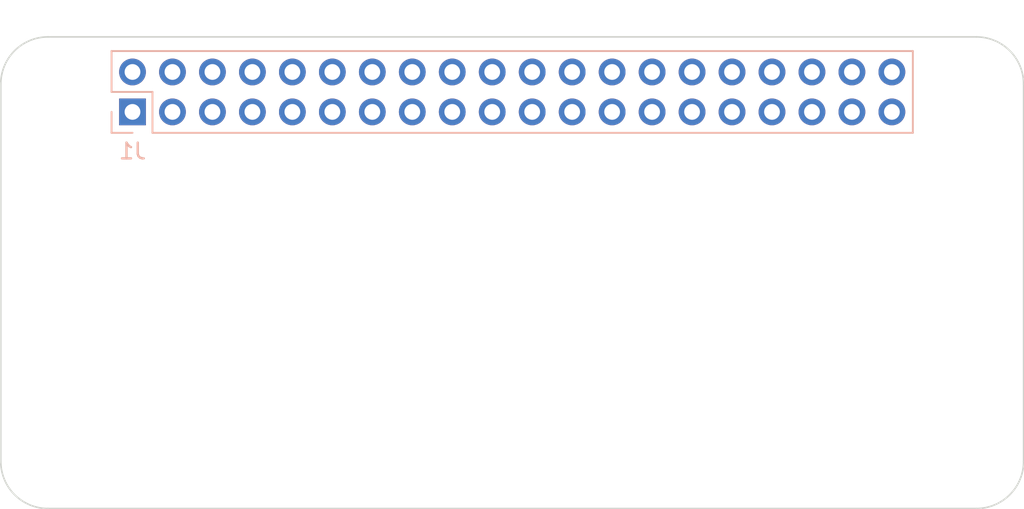
<source format=kicad_pcb>
(kicad_pcb (version 20221018) (generator pcbnew)
  (title_block (date "15 nov 2012"))
  (layers (0 "F.Cu" signal) (31 "B.Cu" signal) (34 "B.Paste" user) (35 "F.Paste" user) (36 "B.SilkS" user "B.Silkscreen") (37 "F.SilkS" user "F.Silkscreen") (38 "B.Mask" user) (39 "F.Mask" user) (44 "Edge.Cuts" user))
  (net 0 "")
  (net 1 "GND")
  (net 2 "/GPIO2{slash}SDA1")
  (net 3 "/GPIO3{slash}SCL1")
  (net 4 "/GPIO4{slash}GPCLK0")
  (net 5 "/GPIO14{slash}TXD0")
  (net 6 "/GPIO15{slash}RXD0")
  (net 7 "/GPIO17")
  (net 8 "/GPIO18{slash}PCM.CLK")
  (net 9 "/GPIO27")
  (net 10 "/GPIO22")
  (net 11 "/GPIO23")
  (net 12 "/GPIO26")
  (net 13 "/GPIO24")
  (net 14 "/GPIO10{slash}SPI0.MOSI")
  (net 15 "/GPIO9{slash}SPI0.MISO")
  (net 16 "/GPIO25")
  (net 17 "/GPIO11{slash}SPI0.SCLK")
  (net 18 "/GPIO8{slash}SPI0.CE0")
  (net 19 "/GPIO7{slash}SPI0.CE1")
  (net 20 "/ID_SDA")
  (net 21 "/ID_SCL")
  (net 22 "/GPIO5")
  (net 23 "/GPIO6")
  (net 24 "/GPIO12{slash}PWM0")
  (net 25 "/GPIO13{slash}PWM1")
  (net 26 "/GPIO19{slash}PCM.FS")
  (net 27 "/GPIO16")
  (net 28 "/GPIO20{slash}PCM.DIN")
  (net 29 "/GPIO21{slash}PCM.DOUT")
  (net 30 "+5V")
  (net 31 "+3V3")
  (footprint "MountingHole:MountingHole_2.7mm_M2.5" (layer "F.Cu") (at 161.5 73.5)
    (fp_text reference "MH2" hide)
    (fp_text value "MountingHole_2.7mm_M2.5" hide)
    (pad "" np_thru_hole circle locked (at 0 0) (size 2.7 2.7) (drill 2.7) (layers "*.Cu" "*.Mask"))
  )
  (footprint "MountingHole:MountingHole_2.7mm_M2.5" (layer "F.Cu") (at 103.5 96.5)
    (fp_text reference "MH3" hide)
    (fp_text value "MountingHole_2.7mm_M2.5" hide)
    (pad "" np_thru_hole circle locked (at 0 0) (size 2.7 2.7) (drill 2.7) (layers "*.Cu" "*.Mask"))
  )
  (footprint "MountingHole:MountingHole_2.7mm_M2.5" (layer "F.Cu") (at 103.5 73.5)
    (fp_text reference "MH1" hide)
    (fp_text value "MountingHole_2.7mm_M2.5" hide)
    (pad "" np_thru_hole circle locked (at 0 0) (size 2.7 2.7) (drill 2.7) (layers "*.Cu" "*.Mask"))
  )
  (footprint "MountingHole:MountingHole_2.7mm_M2.5" (layer "F.Cu") (at 161.5 96.5)
    (fp_text reference "MH4" hide)
    (fp_text value "MountingHole_2.7mm_M2.5" hide)
    (pad "" np_thru_hole circle locked (at 0 0) (size 2.7 2.7) (drill 2.7) (layers "*.Cu" "*.Mask"))
  )
  (footprint "Connector_PinSocket_2.54mm:PinSocket_2x20_P2.54mm_Vertical" (layer "B.Cu") (at 108.37 74.77 -90)
    (fp_text reference "J1" (at 2.5 0) (layer "B.SilkS") (effects (justify mirror)))
    (fp_text value "GPIO")
    (fp_line (start -3.87 -49.59) (end 1.33 -49.59) (stroke (width 0.12)) (layer "B.SilkS"))
    (fp_line (start -3.87 1.33) (end -3.87 -49.59) (stroke (width 0.12)) (layer "B.SilkS"))
    (fp_line (start -3.87 1.33) (end -1.27 1.33) (stroke (width 0.12)) (layer "B.SilkS"))
    (fp_line (start -1.27 -1.27) (end 1.33 -1.27) (stroke (width 0.12)) (layer "B.SilkS"))
    (fp_line (start -1.27 1.33) (end -1.27 -1.27) (stroke (width 0.12)) (layer "B.SilkS"))
    (fp_line (start 0 1.33) (end 1.33 1.33) (stroke (width 0.12)) (layer "B.SilkS"))
    (fp_line (start 1.33 -1.27) (end 1.33 -49.59) (stroke (width 0.12)) (layer "B.SilkS"))
    (fp_line (start 1.33 1.33) (end 1.33 0) (stroke (width 0.12)) (layer "B.SilkS"))
    (pad "1" thru_hole rect (at 0 0 270) (size 1.7 1.7) (drill 1) (layers "*.Cu" "*.Mask") (net 31 "+3V3"))
    (pad "2" thru_hole oval (at -2.54 0 270) (size 1.7 1.7) (drill 1) (layers "*.Cu" "*.Mask") (net 30 "+5V"))
    (pad "3" thru_hole oval (at 0 -2.54 270) (size 1.7 1.7) (drill 1) (layers "*.Cu" "*.Mask") (net 2 "/GPIO2{slash}SDA1"))
    (pad "4" thru_hole oval (at -2.54 -2.54 270) (size 1.7 1.7) (drill 1) (layers "*.Cu" "*.Mask") (net 30 "+5V"))
    (pad "5" thru_hole oval (at 0 -5.08 270) (size 1.7 1.7) (drill 1) (layers "*.Cu" "*.Mask") (net 3 "/GPIO3{slash}SCL1"))
    (pad "6" thru_hole oval (at -2.54 -5.08 270) (size 1.7 1.7) (drill 1) (layers "*.Cu" "*.Mask") (net 1 "GND"))
    (pad "7" thru_hole oval (at 0 -7.62 270) (size 1.7 1.7) (drill 1) (layers "*.Cu" "*.Mask") (net 4 "/GPIO4{slash}GPCLK0"))
    (pad "8" thru_hole oval (at -2.54 -7.62 270) (size 1.7 1.7) (drill 1) (layers "*.Cu" "*.Mask") (net 5 "/GPIO14{slash}TXD0"))
    (pad "9" thru_hole oval (at 0 -10.16 270) (size 1.7 1.7) (drill 1) (layers "*.Cu" "*.Mask") (net 1 "GND"))
    (pad "10" thru_hole oval (at -2.54 -10.16 270) (size 1.7 1.7) (drill 1) (layers "*.Cu" "*.Mask") (net 6 "/GPIO15{slash}RXD0"))
    (pad "11" thru_hole oval (at 0 -12.7 270) (size 1.7 1.7) (drill 1) (layers "*.Cu" "*.Mask") (net 7 "/GPIO17"))
    (pad "12" thru_hole oval (at -2.54 -12.7 270) (size 1.7 1.7) (drill 1) (layers "*.Cu" "*.Mask") (net 8 "/GPIO18{slash}PCM.CLK"))
    (pad "13" thru_hole oval (at 0 -15.24 270) (size 1.7 1.7) (drill 1) (layers "*.Cu" "*.Mask") (net 9 "/GPIO27"))
    (pad "14" thru_hole oval (at -2.54 -15.24 270) (size 1.7 1.7) (drill 1) (layers "*.Cu" "*.Mask") (net 1 "GND"))
    (pad "15" thru_hole oval (at 0 -17.78 270) (size 1.7 1.7) (drill 1) (layers "*.Cu" "*.Mask") (net 10 "/GPIO22"))
    (pad "16" thru_hole oval (at -2.54 -17.78 270) (size 1.7 1.7) (drill 1) (layers "*.Cu" "*.Mask") (net 11 "/GPIO23"))
    (pad "17" thru_hole oval (at 0 -20.32 270) (size 1.7 1.7) (drill 1) (layers "*.Cu" "*.Mask") (net 31 "+3V3"))
    (pad "18" thru_hole oval (at -2.54 -20.32 270) (size 1.7 1.7) (drill 1) (layers "*.Cu" "*.Mask") (net 13 "/GPIO24"))
    (pad "19" thru_hole oval (at 0 -22.86 270) (size 1.7 1.7) (drill 1) (layers "*.Cu" "*.Mask") (net 14 "/GPIO10{slash}SPI0.MOSI"))
    (pad "20" thru_hole oval (at -2.54 -22.86 270) (size 1.7 1.7) (drill 1) (layers "*.Cu" "*.Mask") (net 1 "GND"))
    (pad "21" thru_hole oval (at 0 -25.4 270) (size 1.7 1.7) (drill 1) (layers "*.Cu" "*.Mask") (net 15 "/GPIO9{slash}SPI0.MISO"))
    (pad "22" thru_hole oval (at -2.54 -25.4 270) (size 1.7 1.7) (drill 1) (layers "*.Cu" "*.Mask") (net 16 "/GPIO25"))
    (pad "23" thru_hole oval (at 0 -27.94 270) (size 1.7 1.7) (drill 1) (layers "*.Cu" "*.Mask") (net 17 "/GPIO11{slash}SPI0.SCLK"))
    (pad "24" thru_hole oval (at -2.54 -27.94 270) (size 1.7 1.7) (drill 1) (layers "*.Cu" "*.Mask") (net 18 "/GPIO8{slash}SPI0.CE0"))
    (pad "25" thru_hole oval (at 0 -30.48 270) (size 1.7 1.7) (drill 1) (layers "*.Cu" "*.Mask") (net 1 "GND"))
    (pad "26" thru_hole oval (at -2.54 -30.48 270) (size 1.7 1.7) (drill 1) (layers "*.Cu" "*.Mask") (net 19 "/GPIO7{slash}SPI0.CE1"))
    (pad "27" thru_hole oval (at 0 -33.02 270) (size 1.7 1.7) (drill 1) (layers "*.Cu" "*.Mask") (net 20 "/ID_SDA"))
    (pad "28" thru_hole oval (at -2.54 -33.02 270) (size 1.7 1.7) (drill 1) (layers "*.Cu" "*.Mask") (net 21 "/ID_SCL"))
    (pad "29" thru_hole oval (at 0 -35.56 270) (size 1.7 1.7) (drill 1) (layers "*.Cu" "*.Mask") (net 22 "/GPIO5"))
    (pad "30" thru_hole oval (at -2.54 -35.56 270) (size 1.7 1.7) (drill 1) (layers "*.Cu" "*.Mask") (net 1 "GND"))
    (pad "31" thru_hole oval (at 0 -38.1 270) (size 1.7 1.7) (drill 1) (layers "*.Cu" "*.Mask") (net 23 "/GPIO6"))
    (pad "32" thru_hole oval (at -2.54 -38.1 270) (size 1.7 1.7) (drill 1) (layers "*.Cu" "*.Mask") (net 24 "/GPIO12{slash}PWM0"))
    (pad "33" thru_hole oval (at 0 -40.64 270) (size 1.7 1.7) (drill 1) (layers "*.Cu" "*.Mask") (net 25 "/GPIO13{slash}PWM1"))
    (pad "34" thru_hole oval (at -2.54 -40.64 270) (size 1.7 1.7) (drill 1) (layers "*.Cu" "*.Mask") (net 1 "GND"))
    (pad "35" thru_hole oval (at 0 -43.18 270) (size 1.7 1.7) (drill 1) (layers "*.Cu" "*.Mask") (net 26 "/GPIO19{slash}PCM.FS"))
    (pad "36" thru_hole oval (at -2.54 -43.18 270) (size 1.7 1.7) (drill 1) (layers "*.Cu" "*.Mask") (net 27 "/GPIO16"))
    (pad "37" thru_hole oval (at 0 -45.72 270) (size 1.7 1.7) (drill 1) (layers "*.Cu" "*.Mask") (net 12 "/GPIO26"))
    (pad "38" thru_hole oval (at -2.54 -45.72 270) (size 1.7 1.7) (drill 1) (layers "*.Cu" "*.Mask") (net 28 "/GPIO20{slash}PCM.DIN"))
    (pad "39" thru_hole oval (at 0 -48.26 270) (size 1.7 1.7) (drill 1) (layers "*.Cu" "*.Mask") (net 1 "GND"))
    (pad "40" thru_hole oval (at -2.54 -48.26 270) (size 1.7 1.7) (drill 1) (layers "*.Cu" "*.Mask") (net 29 "/GPIO21{slash}PCM.DOUT"))
  )
  (gr_arc (start 162 70) (mid 164.12132 70.87868) (end 165 73) (stroke (width 0.1)) (layer "Edge.Cuts"))
  (gr_line (start 165 97) (end 165 73) (stroke (width 0.1)) (layer "Edge.Cuts"))
  (gr_line (start 100 73) (end 100 97) (stroke (width 0.1)) (layer "Edge.Cuts"))
  (gr_arc (start 103 100) (mid 100.87868 99.12132) (end 100 97) (stroke (width 0.1)) (layer "Edge.Cuts"))
  (gr_line (start 103 100) (end 162 100) (stroke (width 0.1)) (layer "Edge.Cuts"))
  (gr_arc (start 165 97) (mid 164.12132 99.12132) (end 162 100) (stroke (width 0.1)) (layer "Edge.Cuts"))
  (gr_arc (start 100 73) (mid 100.87868 70.87868) (end 103 70) (stroke (width 0.1)) (layer "Edge.Cuts"))
  (gr_line (start 162 70) (end 103 70) (stroke (width 0.1)) (layer "Edge.Cuts"))
)
</source>
